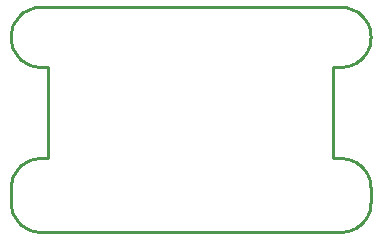
<source format=gbr>
G04 EAGLE Gerber RS-274X export*
G75*
%MOMM*%
%FSLAX34Y34*%
%LPD*%
%IN*%
%IPPOS*%
%AMOC8*
5,1,8,0,0,1.08239X$1,22.5*%
G01*
%ADD10C,0.254000*%


D10*
X0Y25400D02*
X97Y23186D01*
X386Y20989D01*
X865Y18826D01*
X1532Y16713D01*
X2380Y14666D01*
X3403Y12700D01*
X4594Y10831D01*
X5942Y9073D01*
X7440Y7440D01*
X9073Y5942D01*
X10831Y4594D01*
X12700Y3403D01*
X14666Y2380D01*
X16713Y1532D01*
X18826Y865D01*
X20989Y386D01*
X23186Y97D01*
X25400Y0D01*
X279400Y0D01*
X281614Y97D01*
X283811Y386D01*
X285974Y865D01*
X288087Y1532D01*
X290135Y2380D01*
X292100Y3403D01*
X293969Y4594D01*
X295727Y5942D01*
X297361Y7440D01*
X298858Y9073D01*
X300206Y10831D01*
X301397Y12700D01*
X302420Y14666D01*
X303268Y16713D01*
X303935Y18826D01*
X304414Y20989D01*
X304703Y23186D01*
X304800Y25400D01*
X304800Y36830D01*
X304703Y39044D01*
X304414Y41241D01*
X303935Y43404D01*
X303268Y45517D01*
X302420Y47565D01*
X301397Y49530D01*
X300206Y51399D01*
X298858Y53157D01*
X297361Y54791D01*
X295727Y56288D01*
X293969Y57636D01*
X292100Y58827D01*
X290135Y59850D01*
X288087Y60698D01*
X285974Y61365D01*
X283811Y61844D01*
X281614Y62133D01*
X279400Y62230D01*
X273050Y62230D01*
X273050Y139700D01*
X279400Y139700D01*
X281614Y139797D01*
X283811Y140086D01*
X285974Y140565D01*
X288087Y141232D01*
X290135Y142080D01*
X292100Y143103D01*
X293969Y144294D01*
X295727Y145642D01*
X297361Y147140D01*
X298858Y148773D01*
X300206Y150531D01*
X301397Y152400D01*
X302420Y154366D01*
X303268Y156413D01*
X303935Y158526D01*
X304414Y160689D01*
X304703Y162886D01*
X304800Y165100D01*
X304703Y167314D01*
X304414Y169511D01*
X303935Y171674D01*
X303268Y173787D01*
X302420Y175835D01*
X301397Y177800D01*
X300206Y179669D01*
X298858Y181427D01*
X297361Y183061D01*
X295727Y184558D01*
X293969Y185906D01*
X292100Y187097D01*
X290135Y188120D01*
X288087Y188968D01*
X285974Y189635D01*
X283811Y190114D01*
X281614Y190403D01*
X279400Y190500D01*
X25400Y190500D01*
X23186Y190403D01*
X20989Y190114D01*
X18826Y189635D01*
X16713Y188968D01*
X14666Y188120D01*
X12700Y187097D01*
X10831Y185906D01*
X9073Y184558D01*
X7440Y183061D01*
X5942Y181427D01*
X4594Y179669D01*
X3403Y177800D01*
X2380Y175835D01*
X1532Y173787D01*
X865Y171674D01*
X386Y169511D01*
X97Y167314D01*
X0Y165100D01*
X97Y162886D01*
X386Y160689D01*
X865Y158526D01*
X1532Y156413D01*
X2380Y154366D01*
X3403Y152400D01*
X4594Y150531D01*
X5942Y148773D01*
X7440Y147140D01*
X9073Y145642D01*
X10831Y144294D01*
X12700Y143103D01*
X14666Y142080D01*
X16713Y141232D01*
X18826Y140565D01*
X20989Y140086D01*
X23186Y139797D01*
X25400Y139700D01*
X31750Y139700D01*
X31750Y62230D01*
X25400Y62230D01*
X23186Y62133D01*
X20989Y61844D01*
X18826Y61365D01*
X16713Y60698D01*
X14666Y59850D01*
X12700Y58827D01*
X10831Y57636D01*
X9073Y56288D01*
X7440Y54791D01*
X5942Y53157D01*
X4594Y51399D01*
X3403Y49530D01*
X2380Y47565D01*
X1532Y45517D01*
X865Y43404D01*
X386Y41241D01*
X97Y39044D01*
X0Y36830D01*
X0Y25400D01*
M02*

</source>
